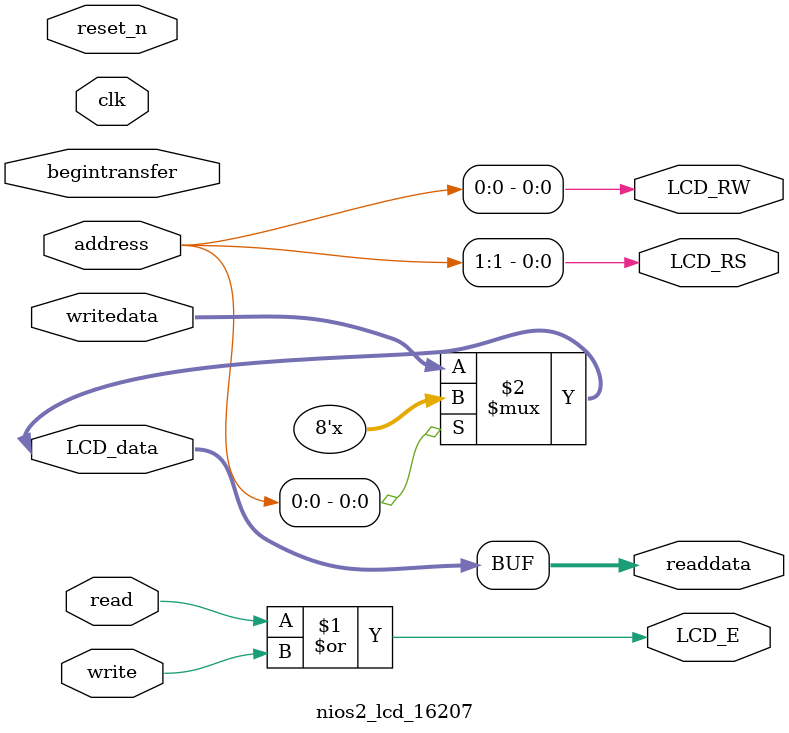
<source format=v>

`timescale 1ns / 1ps
// synthesis translate_on

// turn off superfluous verilog processor warnings 
// altera message_level Level1 
// altera message_off 10034 10035 10036 10037 10230 10240 10030 

module nios2_lcd_16207 (
                         // inputs:
                          address,
                          begintransfer,
                          clk,
                          read,
                          reset_n,
                          write,
                          writedata,

                         // outputs:
                          LCD_E,
                          LCD_RS,
                          LCD_RW,
                          LCD_data,
                          readdata
                       )
;

  output           LCD_E;
  output           LCD_RS;
  output           LCD_RW;
  inout   [  7: 0] LCD_data;
  output  [  7: 0] readdata;
  input   [  1: 0] address;
  input            begintransfer;
  input            clk;
  input            read;
  input            reset_n;
  input            write;
  input   [  7: 0] writedata;

  wire             LCD_E;
  wire             LCD_RS;
  wire             LCD_RW;
  wire    [  7: 0] LCD_data;
  wire    [  7: 0] readdata;
  assign LCD_RW = address[0];
  assign LCD_RS = address[1];
  assign LCD_E = read | write;
  assign LCD_data = (address[0]) ? {8{1'bz}} : writedata;
  assign readdata = LCD_data;
  //control_slave, which is an e_avalon_slave

endmodule


</source>
